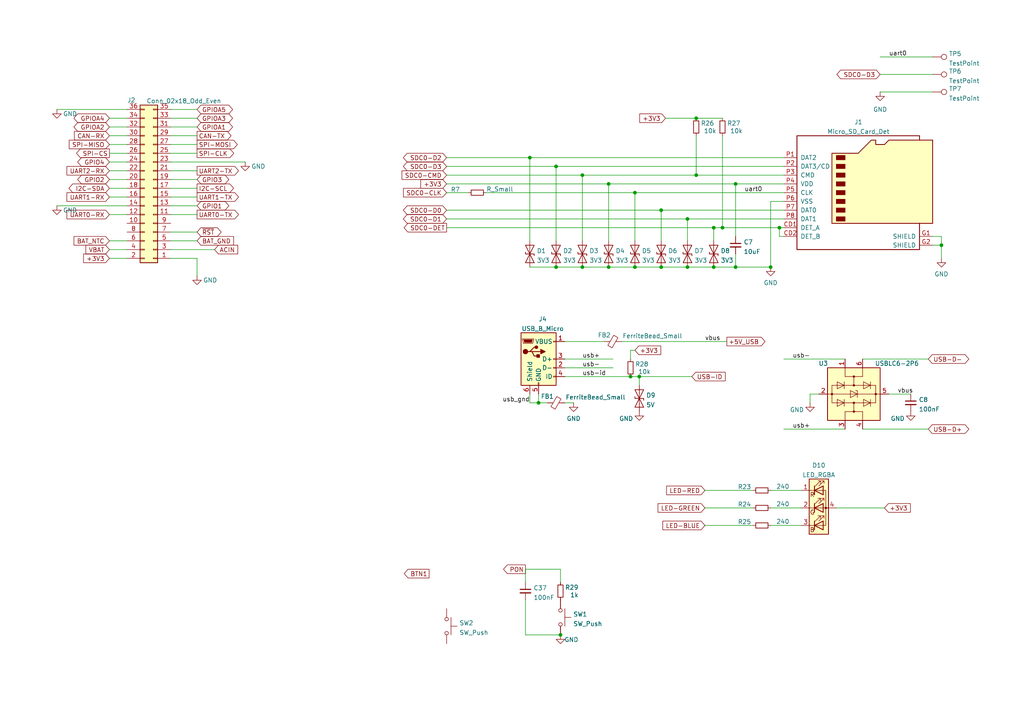
<source format=kicad_sch>
(kicad_sch (version 20211123) (generator eeschema)
  (paper "A4")
  (lib_symbols
    (symbol "Connector:TestPoint" (pin_numbers hide) (pin_names (offset 0.762) hide)
      (property "Reference" "TP" (at 0 6.858 0))
      (property "Value" "TestPoint" (at 0 5.08 0))
      (symbol "TestPoint_0_1"
        (circle (center 0 3.302) (radius 0.762))
      )
      (symbol "TestPoint_1_1"
        (pin passive line (at 0 0 90) (length 2.54) (name "1") (number "1"))
      )
    )
    (symbol "Connector:USB_B_Micro" (pin_names (offset 1.016))
      (property "Reference" "J" (at -5.08 11.43 0))
      (property "Value" "USB_B_Micro" (at -5.08 8.89 0))
      (symbol "USB_B_Micro_0_1"
        (rectangle (start -5.08 -7.62) (end 5.08 7.62) (stroke (width 0.254)) (fill (type background)))
        (circle (center -3.81 2.159) (radius 0.635) (stroke (width 0.254)) (fill (type outline)))
        (circle (center -0.635 3.429) (radius 0.381) (stroke (width 0.254)) (fill (type outline)))
        (rectangle (start -0.127 -7.62) (end 0.127 -6.858))
        (polyline (pts (xy -1.905 2.159) (xy 0.635 2.159)) (stroke (width 0.254)))
        (polyline (pts (xy -3.175 2.159) (xy -2.54 2.159) (xy -1.27 3.429) (xy -0.635 3.429)) (stroke (width 0.254)))
        (polyline (pts (xy -2.54 2.159) (xy -1.905 2.159) (xy -1.27 0.889) (xy 0 0.889)) (stroke (width 0.254)))
        (polyline (pts (xy 0.635 2.794) (xy 0.635 1.524) (xy 1.905 2.159) (xy 0.635 2.794)) (stroke (width 0.254)) (fill (type outline)))
        (polyline (pts (xy -4.318 5.588) (xy -1.778 5.588) (xy -2.032 4.826) (xy -4.064 4.826) (xy -4.318 5.588)) (fill (type outline)))
        (polyline (pts (xy -4.699 5.842) (xy -4.699 5.588) (xy -4.445 4.826) (xy -4.445 4.572) (xy -1.651 4.572) (xy -1.651 4.826) (xy -1.397 5.588) (xy -1.397 5.842) (xy -4.699 5.842)))
        (rectangle (start 0.254 1.27) (end -0.508 0.508) (stroke (width 0.254)) (fill (type outline)))
        (rectangle (start 5.08 -5.207) (end 4.318 -4.953))
        (rectangle (start 5.08 -2.667) (end 4.318 -2.413))
        (rectangle (start 5.08 -0.127) (end 4.318 0.127))
        (rectangle (start 5.08 4.953) (end 4.318 5.207))
      )
      (symbol "USB_B_Micro_1_1"
        (pin power_out line (at 7.62 5.08 180) (length 2.54) (name "VBUS") (number "1"))
        (pin bidirectional line (at 7.62 -2.54 180) (length 2.54) (name "D-") (number "2"))
        (pin bidirectional line (at 7.62 0 180) (length 2.54) (name "D+") (number "3"))
        (pin passive line (at 7.62 -5.08 180) (length 2.54) (name "ID") (number "4"))
        (pin power_out line (at 0 -10.16 90) (length 2.54) (name "GND") (number "5"))
        (pin passive line (at -2.54 -10.16 90) (length 2.54) (name "Shield") (number "6"))
      )
    )
    (symbol "Connector_Generic:Conn_02x18_Odd_Even" (pin_names (offset 1.016) hide)
      (property "Reference" "J" (at 1.27 22.86 0))
      (property "Value" "Conn_02x18_Odd_Even" (at 1.27 -25.4 0))
      (symbol "Conn_02x18_Odd_Even_1_1"
        (rectangle (start -1.27 -22.733) (end 0 -22.987) (stroke (width 0.1524)))
        (rectangle (start -1.27 -20.193) (end 0 -20.447) (stroke (width 0.1524)))
        (rectangle (start -1.27 -17.653) (end 0 -17.907) (stroke (width 0.1524)))
        (rectangle (start -1.27 -15.113) (end 0 -15.367) (stroke (width 0.1524)))
        (rectangle (start -1.27 -12.573) (end 0 -12.827) (stroke (width 0.1524)))
        (rectangle (start -1.27 -10.033) (end 0 -10.287) (stroke (width 0.1524)))
        (rectangle (start -1.27 -7.493) (end 0 -7.747) (stroke (width 0.1524)))
        (rectangle (start -1.27 -4.953) (end 0 -5.207) (stroke (width 0.1524)))
        (rectangle (start -1.27 -2.413) (end 0 -2.667) (stroke (width 0.1524)))
        (rectangle (start -1.27 0.127) (end 0 -0.127) (stroke (width 0.1524)))
        (rectangle (start -1.27 2.667) (end 0 2.413) (stroke (width 0.1524)))
        (rectangle (start -1.27 5.207) (end 0 4.953) (stroke (width 0.1524)))
        (rectangle (start -1.27 7.747) (end 0 7.493) (stroke (width 0.1524)))
        (rectangle (start -1.27 10.287) (end 0 10.033) (stroke (width 0.1524)))
        (rectangle (start -1.27 12.827) (end 0 12.573) (stroke (width 0.1524)))
        (rectangle (start -1.27 15.367) (end 0 15.113) (stroke (width 0.1524)))
        (rectangle (start -1.27 17.907) (end 0 17.653) (stroke (width 0.1524)))
        (rectangle (start -1.27 20.447) (end 0 20.193) (stroke (width 0.1524)))
        (rectangle (start -1.27 21.59) (end 3.81 -24.13) (stroke (width 0.254)) (fill (type background)))
        (rectangle (start 3.81 -22.733) (end 2.54 -22.987) (stroke (width 0.1524)))
        (rectangle (start 3.81 -20.193) (end 2.54 -20.447) (stroke (width 0.1524)))
        (rectangle (start 3.81 -17.653) (end 2.54 -17.907) (stroke (width 0.1524)))
        (rectangle (start 3.81 -15.113) (end 2.54 -15.367) (stroke (width 0.1524)))
        (rectangle (start 3.81 -12.573) (end 2.54 -12.827) (stroke (width 0.1524)))
        (rectangle (start 3.81 -10.033) (end 2.54 -10.287) (stroke (width 0.1524)))
        (rectangle (start 3.81 -7.493) (end 2.54 -7.747) (stroke (width 0.1524)))
        (rectangle (start 3.81 -4.953) (end 2.54 -5.207) (stroke (width 0.1524)))
        (rectangle (start 3.81 -2.413) (end 2.54 -2.667) (stroke (width 0.1524)))
        (rectangle (start 3.81 0.127) (end 2.54 -0.127) (stroke (width 0.1524)))
        (rectangle (start 3.81 2.667) (end 2.54 2.413) (stroke (width 0.1524)))
        (rectangle (start 3.81 5.207) (end 2.54 4.953) (stroke (width 0.1524)))
        (rectangle (start 3.81 7.747) (end 2.54 7.493) (stroke (width 0.1524)))
        (rectangle (start 3.81 10.287) (end 2.54 10.033) (stroke (width 0.1524)))
        (rectangle (start 3.81 12.827) (end 2.54 12.573) (stroke (width 0.1524)))
        (rectangle (start 3.81 15.367) (end 2.54 15.113) (stroke (width 0.1524)))
        (rectangle (start 3.81 17.907) (end 2.54 17.653) (stroke (width 0.1524)))
        (rectangle (start 3.81 20.447) (end 2.54 20.193) (stroke (width 0.1524)))
        (pin passive line (at -5.08 20.32 0) (length 3.81) (name "Pin_1") (number "1"))
        (pin passive line (at 7.62 10.16 180) (length 3.81) (name "Pin_10") (number "10"))
        (pin passive line (at -5.08 7.62 0) (length 3.81) (name "Pin_11") (number "11"))
        (pin passive line (at 7.62 7.62 180) (length 3.81) (name "Pin_12") (number "12"))
        (pin passive line (at -5.08 5.08 0) (length 3.81) (name "Pin_13") (number "13"))
        (pin passive line (at 7.62 5.08 180) (length 3.81) (name "Pin_14") (number "14"))
        (pin passive line (at -5.08 2.54 0) (length 3.81) (name "Pin_15") (number "15"))
        (pin passive line (at 7.62 2.54 180) (length 3.81) (name "Pin_16") (number "16"))
        (pin passive line (at -5.08 0 0) (length 3.81) (name "Pin_17") (number "17"))
        (pin passive line (at 7.62 0 180) (length 3.81) (name "Pin_18") (number "18"))
        (pin passive line (at -5.08 -2.54 0) (length 3.81) (name "Pin_19") (number "19"))
        (pin passive line (at 7.62 20.32 180) (length 3.81) (name "Pin_2") (number "2"))
        (pin passive line (at 7.62 -2.54 180) (length 3.81) (name "Pin_20") (number "20"))
        (pin passive line (at -5.08 -5.08 0) (length 3.81) (name "Pin_21") (number "21"))
        (pin passive line (at 7.62 -5.08 180) (length 3.81) (name "Pin_22") (number "22"))
        (pin passive line (at -5.08 -7.62 0) (length 3.81) (name "Pin_23") (number "23"))
        (pin passive line (at 7.62 -7.62 180) (length 3.81) (name "Pin_24") (number "24"))
        (pin passive line (at -5.08 -10.16 0) (length 3.81) (name "Pin_25") (number "25"))
        (pin passive line (at 7.62 -10.16 180) (length 3.81) (name "Pin_26") (number "26"))
        (pin passive line (at -5.08 -12.7 0) (length 3.81) (name "Pin_27") (number "27"))
        (pin passive line (at 7.62 -12.7 180) (length 3.81) (name "Pin_28") (number "28"))
        (pin passive line (at -5.08 -15.24 0) (length 3.81) (name "Pin_29") (number "29"))
        (pin passive line (at -5.08 17.78 0) (length 3.81) (name "Pin_3") (number "3"))
        (pin passive line (at 7.62 -15.24 180) (length 3.81) (name "Pin_30") (number "30"))
        (pin passive line (at -5.08 -17.78 0) (length 3.81) (name "Pin_31") (number "31"))
        (pin passive line (at 7.62 -17.78 180) (length 3.81) (name "Pin_32") (number "32"))
        (pin passive line (at -5.08 -20.32 0) (length 3.81) (name "Pin_33") (number "33"))
        (pin passive line (at 7.62 -20.32 180) (length 3.81) (name "Pin_34") (number "34"))
        (pin passive line (at -5.08 -22.86 0) (length 3.81) (name "Pin_35") (number "35"))
        (pin passive line (at 7.62 -22.86 180) (length 3.81) (name "Pin_36") (number "36"))
        (pin passive line (at 7.62 17.78 180) (length 3.81) (name "Pin_4") (number "4"))
        (pin passive line (at -5.08 15.24 0) (length 3.81) (name "Pin_5") (number "5"))
        (pin passive line (at 7.62 15.24 180) (length 3.81) (name "Pin_6") (number "6"))
        (pin passive line (at -5.08 12.7 0) (length 3.81) (name "Pin_7") (number "7"))
        (pin passive line (at 7.62 12.7 180) (length 3.81) (name "Pin_8") (number "8"))
        (pin passive line (at -5.08 10.16 0) (length 3.81) (name "Pin_9") (number "9"))
      )
    )
    (symbol "Device:C_Small" (pin_numbers hide) (pin_names (offset 0.254) hide)
      (property "Reference" "C" (at 0.254 1.778 0))
      (property "Value" "C_Small" (at 0.254 -2.032 0))
      (symbol "C_Small_0_1"
        (polyline (pts (xy -1.524 -0.508) (xy 1.524 -0.508)) (stroke (width 0.3302)))
        (polyline (pts (xy -1.524 0.508) (xy 1.524 0.508)) (stroke (width 0.3048)))
      )
      (symbol "C_Small_1_1"
        (pin passive line (at 0 2.54 270) (length 2.032) (name "~") (number "1"))
        (pin passive line (at 0 -2.54 90) (length 2.032) (name "~") (number "2"))
      )
    )
    (symbol "Device:FerriteBead_Small" (pin_numbers hide) (pin_names (offset 0))
      (property "Reference" "FB" (at 1.905 1.27 0))
      (property "Value" "FerriteBead_Small" (at 1.905 -1.27 0))
      (symbol "FerriteBead_Small_0_1"
        (polyline (pts (xy 0 -1.27) (xy 0 -0.7874)))
        (polyline (pts (xy 0 0.889) (xy 0 1.2954)))
        (polyline (pts (xy -1.8288 0.2794) (xy -1.1176 1.4986) (xy 1.8288 -0.2032) (xy 1.1176 -1.4224) (xy -1.8288 0.2794)))
      )
      (symbol "FerriteBead_Small_1_1"
        (pin passive line (at 0 2.54 270) (length 1.27) (name "~") (number "1"))
        (pin passive line (at 0 -2.54 90) (length 1.27) (name "~") (number "2"))
      )
    )
    (symbol "Device:LED_RGBA" (pin_names (offset 0) hide)
      (property "Reference" "D" (at 0 9.398 0))
      (property "Value" "LED_RGBA" (at 0 -8.89 0))
      (symbol "LED_RGBA_0_0"
        (text "B" (at -1.905 -6.35 0) (effects (font (size 1.27 1.27))))
        (text "G" (at -1.905 -1.27 0) (effects (font (size 1.27 1.27))))
        (text "R" (at -1.905 3.81 0) (effects (font (size 1.27 1.27))))
      )
      (symbol "LED_RGBA_0_1"
        (polyline (pts (xy -1.27 -5.08) (xy -2.54 -5.08)))
        (polyline (pts (xy -1.27 -5.08) (xy 1.27 -5.08)))
        (polyline (pts (xy -1.27 -3.81) (xy -1.27 -6.35)) (stroke (width 0.254)))
        (polyline (pts (xy -1.27 0) (xy -2.54 0)))
        (polyline (pts (xy -1.27 1.27) (xy -1.27 -1.27)) (stroke (width 0.254)))
        (polyline (pts (xy -1.27 5.08) (xy -2.54 5.08)))
        (polyline (pts (xy -1.27 5.08) (xy 1.27 5.08)))
        (polyline (pts (xy -1.27 6.35) (xy -1.27 3.81)) (stroke (width 0.254)))
        (polyline (pts (xy 1.27 0) (xy -1.27 0)))
        (polyline (pts (xy 1.27 0) (xy 2.54 0)))
        (polyline (pts (xy -1.27 1.27) (xy -1.27 -1.27) (xy -1.27 -1.27)))
        (polyline (pts (xy -1.27 6.35) (xy -1.27 3.81) (xy -1.27 3.81)))
        (polyline (pts (xy 1.27 -5.08) (xy 2.032 -5.08) (xy 2.032 5.08) (xy 1.27 5.08)))
        (polyline (pts (xy 1.27 -3.81) (xy 1.27 -6.35) (xy -1.27 -5.08) (xy 1.27 -3.81)) (stroke (width 0.254)))
        (polyline (pts (xy 1.27 1.27) (xy 1.27 -1.27) (xy -1.27 0) (xy 1.27 1.27)) (stroke (width 0.254)))
        (polyline (pts (xy 1.27 6.35) (xy 1.27 3.81) (xy -1.27 5.08) (xy 1.27 6.35)) (stroke (width 0.254)))
        (polyline (pts (xy -1.016 -3.81) (xy 0.508 -2.286) (xy -0.254 -2.286) (xy 0.508 -2.286) (xy 0.508 -3.048)))
        (polyline (pts (xy -1.016 1.27) (xy 0.508 2.794) (xy -0.254 2.794) (xy 0.508 2.794) (xy 0.508 2.032)))
        (polyline (pts (xy -1.016 6.35) (xy 0.508 7.874) (xy -0.254 7.874) (xy 0.508 7.874) (xy 0.508 7.112)))
        (polyline (pts (xy 0 -3.81) (xy 1.524 -2.286) (xy 0.762 -2.286) (xy 1.524 -2.286) (xy 1.524 -3.048)))
        (polyline (pts (xy 0 1.27) (xy 1.524 2.794) (xy 0.762 2.794) (xy 1.524 2.794) (xy 1.524 2.032)))
        (polyline (pts (xy 0 6.35) (xy 1.524 7.874) (xy 0.762 7.874) (xy 1.524 7.874) (xy 1.524 7.112)))
        (rectangle (start 1.27 -1.27) (end 1.27 1.27))
        (rectangle (start 1.27 1.27) (end 1.27 1.27))
        (rectangle (start 1.27 3.81) (end 1.27 6.35))
        (rectangle (start 1.27 6.35) (end 1.27 6.35))
        (circle (center 2.032 0) (radius 0.254) (fill (type outline)))
        (rectangle (start 2.794 8.382) (end -2.794 -7.62) (stroke (width 0.254)) (fill (type background)))
      )
      (symbol "LED_RGBA_1_1"
        (pin passive line (at -5.08 5.08 0) (length 2.54) (name "RK") (number "1"))
        (pin passive line (at -5.08 0 0) (length 2.54) (name "GK") (number "2"))
        (pin passive line (at -5.08 -5.08 0) (length 2.54) (name "BK") (number "3"))
        (pin passive line (at 5.08 0 180) (length 2.54) (name "A") (number "4"))
      )
    )
    (symbol "Device:R_Small" (pin_numbers hide) (pin_names (offset 0.254) hide)
      (property "Reference" "R" (at 0.762 0.508 0))
      (property "Value" "R_Small" (at 0.762 -1.016 0))
      (symbol "R_Small_0_1"
        (rectangle (start -0.762 1.778) (end 0.762 -1.778) (stroke (width 0.2032)))
      )
      (symbol "R_Small_1_1"
        (pin passive line (at 0 2.54 270) (length 0.762) (name "~") (number "1"))
        (pin passive line (at 0 -2.54 90) (length 0.762) (name "~") (number "2"))
      )
    )
    (symbol "Diode:ESD9B3.3ST5G" (pin_numbers hide) (pin_names (offset 1.016) hide)
      (property "Reference" "D" (at 0 2.54 0))
      (property "Value" "ESD9B3.3ST5G" (at 0 -2.54 0))
      (symbol "ESD9B3.3ST5G_0_1"
        (polyline (pts (xy 1.27 0) (xy -1.27 0)))
        (polyline (pts (xy -2.54 -1.27) (xy 0 0) (xy -2.54 1.27) (xy -2.54 -1.27)) (stroke (width 0.2032)))
        (polyline (pts (xy 0.508 1.27) (xy 0 1.27) (xy 0 -1.27) (xy -0.508 -1.27)) (stroke (width 0.2032)))
        (polyline (pts (xy 2.54 1.27) (xy 2.54 -1.27) (xy 0 0) (xy 2.54 1.27)) (stroke (width 0.2032)))
      )
      (symbol "ESD9B3.3ST5G_1_1"
        (pin passive line (at -3.81 0 0) (length 2.54) (name "A1") (number "1"))
        (pin passive line (at 3.81 0 180) (length 2.54) (name "A2") (number "2"))
      )
    )
    (symbol "Power_Protection:USBLC6-2P6" (pin_names hide)
      (property "Reference" "U" (at 2.54 8.89 0))
      (property "Value" "USBLC6-2P6" (at 2.54 -8.89 0))
      (symbol "USBLC6-2P6_0_1"
        (rectangle (start -7.62 -7.62) (end 7.62 7.62) (stroke (width 0.254)) (fill (type background)))
        (circle (center -5.08 0) (radius 0.254) (fill (type outline)))
        (circle (center -2.54 0) (radius 0.254) (fill (type outline)))
        (rectangle (start -2.54 6.35) (end 2.54 -6.35))
        (circle (center 0 -6.35) (radius 0.254) (fill (type outline)))
        (polyline (pts (xy -5.08 -2.54) (xy -7.62 -2.54)))
        (polyline (pts (xy -5.08 0) (xy -5.08 -2.54)))
        (polyline (pts (xy -5.08 2.54) (xy -7.62 2.54)))
        (polyline (pts (xy -1.524 -2.794) (xy -3.556 -2.794)))
        (polyline (pts (xy -1.524 4.826) (xy -3.556 4.826)))
        (polyline (pts (xy 0 -7.62) (xy 0 -6.35)))
        (polyline (pts (xy 0 -6.35) (xy 0 1.27)))
        (polyline (pts (xy 0 1.27) (xy 0 6.35)))
        (polyline (pts (xy 0 6.35) (xy 0 7.62)))
        (polyline (pts (xy 1.524 -2.794) (xy 3.556 -2.794)))
        (polyline (pts (xy 1.524 4.826) (xy 3.556 4.826)))
        (polyline (pts (xy 5.08 -2.54) (xy 7.62 -2.54)))
        (polyline (pts (xy 5.08 0) (xy 5.08 -2.54)))
        (polyline (pts (xy 5.08 2.54) (xy 7.62 2.54)))
        (polyline (pts (xy -2.54 0) (xy -5.08 0) (xy -5.08 2.54)))
        (polyline (pts (xy 2.54 0) (xy 5.08 0) (xy 5.08 2.54)))
        (polyline (pts (xy -3.556 -4.826) (xy -1.524 -4.826) (xy -2.54 -2.794) (xy -3.556 -4.826)))
        (polyline (pts (xy -3.556 2.794) (xy -1.524 2.794) (xy -2.54 4.826) (xy -3.556 2.794)))
        (polyline (pts (xy -1.016 -1.016) (xy 1.016 -1.016) (xy 0 1.016) (xy -1.016 -1.016)))
        (polyline (pts (xy 1.016 1.016) (xy 0.762 1.016) (xy -1.016 1.016) (xy -1.016 0.508)))
        (polyline (pts (xy 3.556 -4.826) (xy 1.524 -4.826) (xy 2.54 -2.794) (xy 3.556 -4.826)))
        (polyline (pts (xy 3.556 2.794) (xy 1.524 2.794) (xy 2.54 4.826) (xy 3.556 2.794)))
        (circle (center 0 6.35) (radius 0.254) (fill (type outline)))
        (circle (center 2.54 0) (radius 0.254) (fill (type outline)))
        (circle (center 5.08 0) (radius 0.254) (fill (type outline)))
      )
      (symbol "USBLC6-2P6_1_1"
        (pin passive line (at -10.16 -2.54 0) (length 2.54) (name "I/O1") (number "1"))
        (pin passive line (at 0 -10.16 90) (length 2.54) (name "GND") (number "2"))
        (pin passive line (at 10.16 -2.54 180) (length 2.54) (name "I/O2") (number "3"))
        (pin passive line (at 10.16 2.54 180) (length 2.54) (name "I/O2") (number "4"))
        (pin passive line (at 0 10.16 270) (length 2.54) (name "VBUS") (number "5"))
        (pin passive line (at -10.16 2.54 0) (length 2.54) (name "I/O1") (number "6"))
      )
    )
    (symbol "Switch:SW_Push" (pin_numbers hide) (pin_names (offset 1.016) hide)
      (property "Reference" "SW" (at 1.27 2.54 0))
      (property "Value" "SW_Push" (at 0 -1.524 0))
      (symbol "SW_Push_0_1"
        (circle (center -2.032 0) (radius 0.508))
        (polyline (pts (xy 0 1.27) (xy 0 3.048)))
        (polyline (pts (xy 2.54 1.27) (xy -2.54 1.27)))
        (circle (center 2.032 0) (radius 0.508))
        (pin passive line (at -5.08 0 0) (length 2.54) (name "1") (number "1"))
        (pin passive line (at 5.08 0 180) (length 2.54) (name "2") (number "2"))
      )
    )
    (symbol "gct:Micro_SD_Card_Det" (pin_names (offset 1.016))
      (property "Reference" "J" (at -16.51 17.78 0))
      (property "Value" "Micro_SD_Card_Det" (at 16.51 17.78 0))
      (symbol "Micro_SD_Card_Det_0_1"
        (rectangle (start -7.62 -6.985) (end -5.08 -8.255) (fill (type outline)))
        (rectangle (start -7.62 -4.445) (end -5.08 -5.715) (fill (type outline)))
        (rectangle (start -7.62 -1.905) (end -5.08 -3.175) (fill (type outline)))
        (rectangle (start -7.62 0.635) (end -5.08 -0.635) (fill (type outline)))
        (rectangle (start -7.62 3.175) (end -5.08 1.905) (fill (type outline)))
        (rectangle (start -7.62 5.715) (end -5.08 4.445) (fill (type outline)))
        (rectangle (start -7.62 8.255) (end -5.08 6.985) (fill (type outline)))
        (rectangle (start -7.62 10.795) (end -5.08 9.525) (fill (type outline)))
        (polyline (pts (xy 16.51 15.24) (xy 16.51 16.51) (xy -19.05 16.51) (xy -19.05 -16.51) (xy 16.51 -16.51) (xy 16.51 -8.89)) (stroke (width 0.254)))
        (polyline (pts (xy -8.89 -8.89) (xy -8.89 11.43) (xy -1.27 11.43) (xy 2.54 15.24) (xy 3.81 15.24) (xy 3.81 13.97) (xy 6.35 13.97) (xy 7.62 15.24) (xy 20.32 15.24) (xy 20.32 -8.89) (xy -8.89 -8.89)) (stroke (width 0.254)) (fill (type background)))
      )
      (symbol "Micro_SD_Card_Det_1_1"
        (pin passive line (at -22.86 -10.16 0) (length 3.81) (name "DET_A") (number "CD1"))
        (pin passive line (at -22.86 -12.7 0) (length 3.81) (name "DET_B") (number "CD2"))
        (pin passive line (at 20.32 -12.7 180) (length 3.81) (name "SHIELD") (number "G1"))
        (pin passive line (at 20.32 -15.24 180) (length 3.81) (name "SHIELD") (number "G2"))
        (pin bidirectional line (at -22.86 10.16 0) (length 3.81) (name "DAT2") (number "P1"))
        (pin bidirectional line (at -22.86 7.62 0) (length 3.81) (name "DAT3/CD") (number "P2"))
        (pin input line (at -22.86 5.08 0) (length 3.81) (name "CMD") (number "P3"))
        (pin power_in line (at -22.86 2.54 0) (length 3.81) (name "VDD") (number "P4"))
        (pin input line (at -22.86 0 0) (length 3.81) (name "CLK") (number "P5"))
        (pin power_in line (at -22.86 -2.54 0) (length 3.81) (name "VSS") (number "P6"))
        (pin bidirectional line (at -22.86 -5.08 0) (length 3.81) (name "DAT0") (number "P7"))
        (pin bidirectional line (at -22.86 -7.62 0) (length 3.81) (name "DAT1") (number "P8"))
      )
    )
    (symbol "power:GND" (power) (pin_names (offset 0))
      (property "Value" "GND" (at 0 -3.81 0))
      (symbol "GND_0_1"
        (polyline (pts (xy 0 0) (xy 0 -1.27) (xy 1.27 -1.27) (xy 0 -2.54) (xy -1.27 -1.27) (xy 0 -1.27)))
      )
      (symbol "GND_1_1"
        (pin power_in line (at 0 0 270) (length 0) hide (name "GND") (number "1"))
      )
    )
  )
  (junction (at 209.55 66.04) (diameter 0.9144))
  (junction (at 184.15 55.88) (diameter 0.9144))
  (junction (at 191.77 77.47) (diameter 0.9144))
  (junction (at 213.36 53.34) (diameter 0.9144))
  (junction (at 156.21 116.84) (diameter 0.9144))
  (junction (at 161.29 77.47) (diameter 0.9144))
  (junction (at 168.91 77.47) (diameter 0.9144))
  (junction (at 153.67 45.72) (diameter 0.9144))
  (junction (at 207.01 66.04) (diameter 0.9144))
  (junction (at 223.52 77.47) (diameter 0.9144))
  (junction (at 161.29 48.26) (diameter 0.9144))
  (junction (at 207.01 77.47) (diameter 0.9144))
  (junction (at 201.93 50.8) (diameter 0.9144))
  (junction (at 226.06 66.04) (diameter 0.9144))
  (junction (at 185.42 109.22))
  (junction (at 176.53 53.34) (diameter 0.9144))
  (junction (at 176.53 77.47) (diameter 0.9144))
  (junction (at 182.88 109.22))
  (junction (at 184.15 77.47) (diameter 0.9144))
  (junction (at 273.05 71.12) (diameter 0.9144))
  (junction (at 213.36 77.47) (diameter 0.9144))
  (junction (at 162.56 184.15))
  (junction (at 168.91 50.8) (diameter 0.9144))
  (junction (at 199.39 77.47) (diameter 0.9144))
  (junction (at 191.77 60.96) (diameter 0.9144))
  (junction (at 199.39 63.5) (diameter 0.9144))
  (junction (at 201.93 34.29))
  (wire (pts (xy 49.53 74.93) (xy 57.15 74.93)))
  (wire (pts (xy 182.88 101.6) (xy 184.15 101.6)))
  (wire (pts (xy 182.88 104.14) (xy 182.88 101.6)))
  (wire (pts (xy 213.36 77.47) (xy 223.52 77.47)))
  (wire (pts (xy 31.75 44.45) (xy 36.83 44.45)))
  (wire (pts (xy 31.75 34.29) (xy 36.83 34.29)))
  (wire (pts (xy 162.56 165.1) (xy 152.4 165.1)))
  (wire (pts (xy 162.56 168.91) (xy 162.56 165.1)))
  (wire (pts (xy 213.36 53.34) (xy 227.33 53.34)))
  (wire (pts (xy 153.67 77.47) (xy 161.29 77.47)))
  (wire (pts (xy 161.29 77.47) (xy 168.91 77.47)))
  (wire (pts (xy 168.91 77.47) (xy 176.53 77.47)))
  (wire (pts (xy 176.53 77.47) (xy 184.15 77.47)))
  (wire (pts (xy 184.15 77.47) (xy 191.77 77.47)))
  (wire (pts (xy 191.77 77.47) (xy 199.39 77.47)))
  (wire (pts (xy 199.39 77.47) (xy 207.01 77.47)))
  (wire (pts (xy 207.01 77.47) (xy 213.36 77.47)))
  (wire (pts (xy 168.91 50.8) (xy 168.91 69.85)))
  (wire (pts (xy 163.83 99.06) (xy 175.26 99.06)))
  (wire (pts (xy 31.75 74.93) (xy 36.83 74.93)))
  (wire (pts (xy 161.29 48.26) (xy 161.29 69.85)))
  (wire (pts (xy 204.47 142.24) (xy 218.44 142.24)))
  (wire (pts (xy 223.52 152.4) (xy 232.41 152.4)))
  (wire (pts (xy 129.54 66.04) (xy 207.01 66.04)))
  (wire (pts (xy 176.53 53.34) (xy 176.53 69.85)))
  (wire (pts (xy 31.75 41.91) (xy 36.83 41.91)))
  (wire (pts (xy 31.75 49.53) (xy 36.83 49.53)))
  (wire (pts (xy 163.83 109.22) (xy 182.88 109.22)))
  (wire (pts (xy 182.88 109.22) (xy 185.42 109.22)))
  (wire (pts (xy 185.42 109.22) (xy 200.66 109.22)))
  (wire (pts (xy 213.36 53.34) (xy 213.36 68.58)))
  (wire (pts (xy 49.53 52.07) (xy 57.15 52.07)))
  (wire (pts (xy 49.53 34.29) (xy 57.15 34.29)))
  (wire (pts (xy 213.36 73.66) (xy 213.36 77.47)))
  (wire (pts (xy 163.83 116.84) (xy 166.37 116.84)))
  (wire (pts (xy 250.19 124.46) (xy 269.24 124.46)))
  (wire (pts (xy 49.53 59.69) (xy 57.15 59.69)))
  (wire (pts (xy 153.67 114.3) (xy 153.67 116.84)))
  (wire (pts (xy 153.67 116.84) (xy 156.21 116.84)))
  (wire (pts (xy 49.53 62.23) (xy 57.15 62.23)))
  (wire (pts (xy 31.75 54.61) (xy 36.83 54.61)))
  (wire (pts (xy 129.54 55.88) (xy 135.89 55.88)))
  (wire (pts (xy 31.75 52.07) (xy 36.83 52.07)))
  (wire (pts (xy 255.27 16.51) (xy 270.51 16.51)))
  (wire (pts (xy 255.27 26.67) (xy 270.51 26.67)))
  (wire (pts (xy 129.54 48.26) (xy 161.29 48.26)))
  (wire (pts (xy 161.29 48.26) (xy 227.33 48.26)))
  (wire (pts (xy 49.53 31.75) (xy 57.15 31.75)))
  (wire (pts (xy 209.55 39.37) (xy 209.55 66.04)))
  (wire (pts (xy 57.15 74.93) (xy 57.15 80.01)))
  (wire (pts (xy 176.53 53.34) (xy 213.36 53.34)))
  (wire (pts (xy 153.67 45.72) (xy 153.67 69.85)))
  (wire (pts (xy 184.15 55.88) (xy 227.33 55.88)))
  (wire (pts (xy 201.93 39.37) (xy 201.93 50.8)))
  (wire (pts (xy 49.53 44.45) (xy 57.15 44.45)))
  (wire (pts (xy 257.81 114.3) (xy 264.16 114.3)))
  (wire (pts (xy 31.75 39.37) (xy 36.83 39.37)))
  (wire (pts (xy 129.54 50.8) (xy 168.91 50.8)))
  (wire (pts (xy 168.91 50.8) (xy 201.93 50.8)))
  (wire (pts (xy 16.51 59.69) (xy 36.83 59.69)))
  (wire (pts (xy 49.53 36.83) (xy 57.15 36.83)))
  (wire (pts (xy 199.39 63.5) (xy 227.33 63.5)))
  (wire (pts (xy 129.54 60.96) (xy 191.77 60.96)))
  (wire (pts (xy 191.77 60.96) (xy 191.77 69.85)))
  (wire (pts (xy 193.04 34.29) (xy 201.93 34.29)))
  (wire (pts (xy 201.93 34.29) (xy 209.55 34.29)))
  (wire (pts (xy 49.53 39.37) (xy 57.15 39.37)))
  (wire (pts (xy 129.54 63.5) (xy 199.39 63.5)))
  (wire (pts (xy 199.39 63.5) (xy 199.39 69.85)))
  (wire (pts (xy 129.54 53.34) (xy 176.53 53.34)))
  (wire (pts (xy 234.95 114.3) (xy 234.95 116.84)))
  (wire (pts (xy 237.49 114.3) (xy 234.95 114.3)))
  (wire (pts (xy 49.53 72.39) (xy 62.23 72.39)))
  (wire (pts (xy 49.53 54.61) (xy 57.15 54.61)))
  (wire (pts (xy 140.97 55.88) (xy 184.15 55.88)))
  (wire (pts (xy 156.21 116.84) (xy 158.75 116.84)))
  (wire (pts (xy 184.15 55.88) (xy 184.15 69.85)))
  (wire (pts (xy 223.52 58.42) (xy 223.52 77.47)))
  (wire (pts (xy 227.33 58.42) (xy 223.52 58.42)))
  (wire (pts (xy 245.11 124.46) (xy 227.33 124.46)))
  (wire (pts (xy 255.27 21.59) (xy 270.51 21.59)))
  (wire (pts (xy 49.53 41.91) (xy 57.15 41.91)))
  (wire (pts (xy 152.4 173.99) (xy 152.4 184.15)))
  (wire (pts (xy 152.4 184.15) (xy 162.56 184.15)))
  (wire (pts (xy 191.77 60.96) (xy 227.33 60.96)))
  (wire (pts (xy 49.53 57.15) (xy 57.15 57.15)))
  (wire (pts (xy 163.83 106.68) (xy 177.8 106.68)))
  (wire (pts (xy 156.21 114.3) (xy 156.21 116.84)))
  (wire (pts (xy 223.52 142.24) (xy 232.41 142.24)))
  (wire (pts (xy 180.34 99.06) (xy 210.82 99.06)))
  (wire (pts (xy 31.75 62.23) (xy 36.83 62.23)))
  (wire (pts (xy 227.33 104.14) (xy 245.11 104.14)))
  (wire (pts (xy 242.57 147.32) (xy 256.54 147.32)))
  (wire (pts (xy 31.75 72.39) (xy 36.83 72.39)))
  (wire (pts (xy 49.53 46.99) (xy 71.12 46.99)))
  (wire (pts (xy 49.53 49.53) (xy 57.15 49.53)))
  (wire (pts (xy 207.01 66.04) (xy 209.55 66.04)))
  (wire (pts (xy 209.55 66.04) (xy 226.06 66.04)))
  (wire (pts (xy 226.06 66.04) (xy 227.33 66.04)))
  (wire (pts (xy 204.47 152.4) (xy 218.44 152.4)))
  (wire (pts (xy 31.75 46.99) (xy 36.83 46.99)))
  (wire (pts (xy 163.83 104.14) (xy 177.8 104.14)))
  (wire (pts (xy 16.51 31.75) (xy 36.83 31.75)))
  (wire (pts (xy 201.93 50.8) (xy 227.33 50.8)))
  (wire (pts (xy 129.54 45.72) (xy 153.67 45.72)))
  (wire (pts (xy 153.67 45.72) (xy 227.33 45.72)))
  (wire (pts (xy 49.53 67.31) (xy 57.15 67.31)))
  (wire (pts (xy 185.42 109.22) (xy 185.42 111.76)))
  (wire (pts (xy 270.51 68.58) (xy 273.05 68.58)))
  (wire (pts (xy 273.05 68.58) (xy 273.05 71.12)))
  (wire (pts (xy 273.05 71.12) (xy 273.05 74.93)))
  (wire (pts (xy 270.51 71.12) (xy 273.05 71.12)))
  (wire (pts (xy 31.75 36.83) (xy 36.83 36.83)))
  (wire (pts (xy 31.75 69.85) (xy 36.83 69.85)))
  (wire (pts (xy 204.47 147.32) (xy 218.44 147.32)))
  (wire (pts (xy 207.01 66.04) (xy 207.01 69.85)))
  (wire (pts (xy 250.19 104.14) (xy 269.24 104.14)))
  (wire (pts (xy 31.75 57.15) (xy 36.83 57.15)))
  (wire (pts (xy 223.52 147.32) (xy 232.41 147.32)))
  (wire (pts (xy 49.53 69.85) (xy 57.15 69.85)))
  (wire (pts (xy 226.06 68.58) (xy 226.06 66.04)))
  (wire (pts (xy 227.33 68.58) (xy 226.06 68.58)))
  (wire (pts (xy 152.4 165.1) (xy 152.4 168.91)))
  (label "usb-" (at 168.91 106.68 0))
  (label "uart0" (at 215.9 55.88 0))
  (label "usb-" (at 229.87 104.14 0))
  (label "usb-id" (at 168.91 109.22 0))
  (label "usb+" (at 168.91 104.14 0))
  (label "vbus" (at 204.47 99.06 0))
  (label "vbus" (at 260.35 114.3 0))
  (label "usb_gnd" (at 153.67 116.84 180))
  (label "usb+" (at 229.87 124.46 0))
  (label "uart0" (at 257.81 16.51 0))
  (global_label "UART2-RX" (shape input) (at 31.75 49.53 180) (property "Intersheet References" "${INTERSHEET_REFS}" (effects hide)))
  (global_label "SDC0-CMD" (shape input) (at 129.54 50.8 180) (property "Intersheet References" "${INTERSHEET_REFS}" (effects hide)))
  (global_label "SDC0-DET" (shape output) (at 129.54 66.04 180) (property "Intersheet References" "${INTERSHEET_REFS}" (effects hide)))
  (global_label "BAT_GND" (shape input) (at 57.15 69.85 0) (property "Intersheet References" "${INTERSHEET_REFS}" (effects hide)))
  (global_label "ACIN" (shape input) (at 62.23 72.39 0) (property "Intersheet References" "${INTERSHEET_REFS}" (effects hide)))
  (global_label "+3V3" (shape input) (at 129.54 53.34 180) (property "Intersheet References" "${INTERSHEET_REFS}" (effects hide)))
  (global_label "+3V3" (shape input) (at 31.75 74.93 180) (property "Intersheet References" "${INTERSHEET_REFS}" (effects hide)))
  (global_label "GPIO2" (shape bidirectional) (at 31.75 52.07 180) (property "Intersheet References" "${INTERSHEET_REFS}" (effects hide)))
  (global_label "GPIOA1" (shape bidirectional) (at 57.15 36.83 0) (property "Intersheet References" "${INTERSHEET_REFS}" (effects hide)))
  (global_label "SPI-MOSI" (shape output) (at 57.15 41.91 0) (property "Intersheet References" "${INTERSHEET_REFS}" (effects hide)))
  (global_label "UART1-RX" (shape input) (at 31.75 57.15 180) (property "Intersheet References" "${INTERSHEET_REFS}" (effects hide)))
  (global_label "CAN-RX" (shape input) (at 31.75 39.37 180) (property "Intersheet References" "${INTERSHEET_REFS}" (effects hide)))
  (global_label "SPI-CS" (shape output) (at 31.75 44.45 180) (property "Intersheet References" "${INTERSHEET_REFS}" (effects hide)))
  (global_label "BAT_NTC" (shape input) (at 31.75 69.85 180) (property "Intersheet References" "${INTERSHEET_REFS}" (effects hide)))
  (global_label "GPIO3" (shape bidirectional) (at 57.15 52.07 0) (property "Intersheet References" "${INTERSHEET_REFS}" (effects hide)))
  (global_label "LED-RED" (shape input) (at 204.47 142.24 180) (property "Intersheet References" "${INTERSHEET_REFS}" (effects hide)))
  (global_label "UART2-TX" (shape output) (at 57.15 49.53 0) (property "Intersheet References" "${INTERSHEET_REFS}" (effects hide)))
  (global_label "USB-D-" (shape bidirectional) (at 269.24 104.14 0) (property "Intersheet References" "${INTERSHEET_REFS}" (effects hide)))
  (global_label "+5V_USB" (shape output) (at 210.82 99.06 0) (property "Intersheet References" "${INTERSHEET_REFS}" (effects hide)))
  (global_label "SDC0-D2" (shape bidirectional) (at 129.54 45.72 180) (property "Intersheet References" "${INTERSHEET_REFS}" (effects hide)))
  (global_label "GPIOA3" (shape bidirectional) (at 57.15 34.29 0) (property "Intersheet References" "${INTERSHEET_REFS}" (effects hide)))
  (global_label "I2C-SCL" (shape output) (at 57.15 54.61 0) (property "Intersheet References" "${INTERSHEET_REFS}" (effects hide)))
  (global_label "GPIO1" (shape bidirectional) (at 57.15 59.69 0) (property "Intersheet References" "${INTERSHEET_REFS}" (effects hide)))
  (global_label "GPIOA5" (shape bidirectional) (at 57.15 31.75 0) (property "Intersheet References" "${INTERSHEET_REFS}" (effects hide)))
  (global_label "BTN1" (shape output) (at 124.46 166.37 180) (property "Intersheet References" "${INTERSHEET_REFS}" (effects hide)))
  (global_label "USB-D+" (shape bidirectional) (at 269.24 124.46 0) (property "Intersheet References" "${INTERSHEET_REFS}" (effects hide)))
  (global_label "GPIO4" (shape bidirectional) (at 31.75 46.99 180) (property "Intersheet References" "${INTERSHEET_REFS}" (effects hide)))
  (global_label "LED-GREEN" (shape input) (at 204.47 147.32 180) (property "Intersheet References" "${INTERSHEET_REFS}" (effects hide)))
  (global_label "LED-BLUE" (shape input) (at 204.47 152.4 180) (property "Intersheet References" "${INTERSHEET_REFS}" (effects hide)))
  (global_label "SDC0-D3" (shape bidirectional) (at 255.27 21.59 180) (property "Intersheet References" "${INTERSHEET_REFS}" (effects hide)))
  (global_label "PON" (shape output) (at 152.4 165.1 180) (property "Intersheet References" "${INTERSHEET_REFS}" (effects hide)))
  (global_label "UART1-TX" (shape output) (at 57.15 57.15 0) (property "Intersheet References" "${INTERSHEET_REFS}" (effects hide)))
  (global_label "USB-ID" (shape input) (at 200.66 109.22 0) (property "Intersheet References" "${INTERSHEET_REFS}" (effects hide)))
  (global_label "UART0-RX" (shape input) (at 31.75 62.23 180) (property "Intersheet References" "${INTERSHEET_REFS}" (effects hide)))
  (global_label "SDC0-CLK" (shape input) (at 129.54 55.88 180) (property "Intersheet References" "${INTERSHEET_REFS}" (effects hide)))
  (global_label "+3V3" (shape input) (at 184.15 101.6 0) (property "Intersheet References" "${INTERSHEET_REFS}" (effects hide)))
  (global_label "UART0-TX" (shape output) (at 57.15 62.23 0) (property "Intersheet References" "${INTERSHEET_REFS}" (effects hide)))
  (global_label "+3V3" (shape input) (at 193.04 34.29 180) (property "Intersheet References" "${INTERSHEET_REFS}" (effects hide)))
  (global_label "SPI-CLK" (shape output) (at 57.15 44.45 0) (property "Intersheet References" "${INTERSHEET_REFS}" (effects hide)))
  (global_label "SDC0-D3" (shape bidirectional) (at 129.54 48.26 180) (property "Intersheet References" "${INTERSHEET_REFS}" (effects hide)))
  (global_label "+3V3" (shape input) (at 256.54 147.32 0) (property "Intersheet References" "${INTERSHEET_REFS}" (effects hide)))
  (global_label "~{RST}" (shape bidirectional) (at 57.15 67.31 0) (property "Intersheet References" "${INTERSHEET_REFS}" (effects hide)))
  (global_label "SDC0-D0" (shape bidirectional) (at 129.54 60.96 180) (property "Intersheet References" "${INTERSHEET_REFS}" (effects hide)))
  (global_label "GPIOA2" (shape bidirectional) (at 31.75 36.83 180) (property "Intersheet References" "${INTERSHEET_REFS}" (effects hide)))
  (global_label "GPIOA4" (shape bidirectional) (at 31.75 34.29 180) (property "Intersheet References" "${INTERSHEET_REFS}" (effects hide)))
  (global_label "I2C-SDA" (shape bidirectional) (at 31.75 54.61 180) (property "Intersheet References" "${INTERSHEET_REFS}" (effects hide)))
  (global_label "VBAT" (shape input) (at 31.75 72.39 180) (property "Intersheet References" "${INTERSHEET_REFS}" (effects hide)))
  (global_label "SPI-MISO" (shape input) (at 31.75 41.91 180) (property "Intersheet References" "${INTERSHEET_REFS}" (effects hide)))
  (global_label "SDC0-D1" (shape bidirectional) (at 129.54 63.5 180) (property "Intersheet References" "${INTERSHEET_REFS}" (effects hide)))
  (global_label "CAN-TX" (shape output) (at 57.15 39.37 0) (property "Intersheet References" "${INTERSHEET_REFS}" (effects hide)))
  (symbol (lib_id "Connector:TestPoint") (at 270.51 16.51 270) (unit 1)
    (property "Reference" "TP5" (at 275.2091 15.6015 90) (effects (justify left)))
    (property "Value" "TestPoint" (at 275.2091 18.3766 90) (effects (justify left)))
    (property "Footprint" "TestPoint:TestPoint_Pad_D1.0mm" (effects hide))
  )
  (symbol (lib_id "Device:C_Small") (at 213.36 71.12 0) (unit 1)
    (property "Reference" "C7" (at 215.6842 70.2115 0) (effects (justify left)))
    (property "Value" "10uF" (at 215.6842 72.9866 0) (effects (justify left)))
    (property "Footprint" "Capacitor_SMD:C_0402_1005Metric" (effects hide))
  )
  (symbol (lib_id "power:GND") (at 166.37 116.84 0) (unit 1)
    (property "Reference" "#PWR0109" (effects hide))
    (property "Value" "GND" (at 166.37 121.4026 0))
  )
  (symbol (lib_id "Diode:ESD9B3.3ST5G") (at 199.39 73.66 90) (unit 1)
    (property "Reference" "D7" (at 201.3967 72.7515 90) (effects (justify right)))
    (property "Value" "3V3" (at 201.3967 75.5266 90) (effects (justify right)))
    (property "Footprint" "Diode_SMD:D_SOD-923" (effects hide))
    (property "Datasheet" "https://www.onsemi.com/pub/Collateral/ESD9B-D.PDF" (effects hide))
  )
  (symbol (lib_id "Connector:USB_B_Micro") (at 156.21 104.14 0) (unit 1)
    (property "Reference" "J4" (at 157.4165 92.5534 0))
    (property "Value" "USB_B_Micro" (at 157.4165 95.3285 0))
    (property "Footprint" "Connector_USB:USB_Micro-B_Amphenol_10103594-0001LF_Horizontal" (effects hide))
  )
  (symbol (lib_id "Device:R_Small") (at 162.56 171.45 180) (unit 1)
    (property "Reference" "R29" (at 165.8479 170.3843 0))
    (property "Value" "1k" (at 166.5915 172.5845 0))
    (property "Footprint" "Resistor_SMD:R_0402_1005Metric" (effects hide))
  )
  (symbol (lib_id "power:GND") (at 16.51 31.75 0) (unit 1)
    (property "Reference" "#PWR0125" (effects hide))
    (property "Value" "GND" (at 20.32 33.02 0))
  )
  (symbol (lib_id "Device:R_Small") (at 182.88 106.68 180) (unit 1)
    (property "Reference" "R28" (at 186.1679 105.6143 0))
    (property "Value" "10k" (at 186.9115 107.8145 0))
    (property "Footprint" "Resistor_SMD:R_0402_1005Metric" (effects hide))
  )
  (symbol (lib_id "power:GND") (at 16.51 59.69 0) (unit 1)
    (property "Reference" "#PWR0127" (effects hide))
    (property "Value" "GND" (at 20.32 60.96 0))
  )
  (symbol (lib_id "power:GND") (at 255.27 26.67 0) (unit 1)
    (property "Reference" "#PWR0144" (effects hide))
    (property "Value" "GND" (at 255.27 31.75 0))
  )
  (symbol (lib_id "Device:R_Small") (at 220.98 147.32 90) (unit 1)
    (property "Reference" "R24" (at 215.9338 146.287 90))
    (property "Value" "240" (at 227.0559 146.1916 90))
    (property "Footprint" "Resistor_SMD:R_0402_1005Metric" (effects hide))
  )
  (symbol (lib_id "power:GND") (at 162.56 184.15 0) (unit 1)
    (property "Reference" "#PWR0157" (effects hide))
    (property "Value" "GND" (at 165.735 185.5376 0))
  )
  (symbol (lib_id "Connector_Generic:Conn_02x18_Odd_Even") (at 44.45 54.61 180) (unit 1)
    (property "Reference" "J2" (at 38.1 29.0534 0))
    (property "Value" "Conn_02x18_Odd_Even" (at 53.34 29.2885 0))
    (property "Footprint" "Connector_PinHeader_2.54mm:PinHeader_2x18_P2.54mm_Vertical" (effects hide))
  )
  (symbol (lib_id "Diode:ESD9B3.3ST5G") (at 168.91 73.66 90) (unit 1)
    (property "Reference" "D3" (at 170.9167 72.7515 90) (effects (justify right)))
    (property "Value" "3V3" (at 170.9167 75.5266 90) (effects (justify right)))
    (property "Footprint" "Diode_SMD:D_SOD-923" (effects hide))
    (property "Datasheet" "https://www.onsemi.com/pub/Collateral/ESD9B-D.PDF" (effects hide))
  )
  (symbol (lib_id "Power_Protection:USBLC6-2P6") (at 247.65 114.3 270) (unit 1)
    (property "Reference" "U3" (at 238.7896 105.41 90))
    (property "Value" "USBLC6-2P6" (at 260.1445 105.41 90))
    (property "Footprint" "Package_TO_SOT_SMD:SOT-666" (effects hide))
    (property "Datasheet" "https://www.st.com/resource/en/datasheet/usblc6-2.pdf" (effects hide))
  )
  (symbol (lib_id "Device:R_Small") (at 138.43 55.88 90) (unit 1)
    (property "Reference" "R7" (at 132.08 54.9868 90))
    (property "Value" "R_Small" (at 144.979 54.8812 90))
    (property "Footprint" "Resistor_SMD:R_0402_1005Metric" (effects hide))
  )
  (symbol (lib_id "power:GND") (at 273.05 74.93 0) (unit 1)
    (property "Reference" "#PWR0105" (effects hide))
    (property "Value" "GND" (at 273.05 79.4926 0))
  )
  (symbol (lib_id "power:GND") (at 234.95 116.84 0) (unit 1)
    (property "Reference" "#PWR0130" (effects hide))
    (property "Value" "GND" (at 231.14 118.8626 0))
  )
  (symbol (lib_id "power:GND") (at 71.12 46.99 0) (unit 1)
    (property "Reference" "#PWR0126" (effects hide))
    (property "Value" "GND" (at 74.93 48.26 0))
  )
  (symbol (lib_id "Device:FerriteBead_Small") (at 161.29 116.84 90) (unit 1)
    (property "Reference" "FB1" (at 158.75 114.9816 90))
    (property "Value" "FerriteBead_Small" (at 172.72 115.2167 90))
    (property "Footprint" "Resistor_SMD:R_0603_1608Metric" (effects hide))
  )
  (symbol (lib_id "Device:LED_RGBA") (at 237.49 147.32 0) (unit 1)
    (property "Reference" "D10" (at 237.49 134.9714 0))
    (property "Value" "LED_RGBA" (at 237.49 137.7465 0))
    (property "Footprint" "led:rgb-1204" (effects hide))
  )
  (symbol (lib_id "Device:R_Small") (at 220.98 152.4 90) (unit 1)
    (property "Reference" "R25" (at 215.9338 151.367 90))
    (property "Value" "240" (at 227.0559 151.2716 90))
    (property "Footprint" "Resistor_SMD:R_0402_1005Metric" (effects hide))
  )
  (symbol (lib_id "Diode:ESD9B3.3ST5G") (at 161.29 73.66 90) (unit 1)
    (property "Reference" "D2" (at 163.2967 72.7515 90) (effects (justify right)))
    (property "Value" "3V3" (at 163.2967 75.5266 90) (effects (justify right)))
    (property "Footprint" "Diode_SMD:D_SOD-923" (effects hide))
    (property "Datasheet" "https://www.onsemi.com/pub/Collateral/ESD9B-D.PDF" (effects hide))
  )
  (symbol (lib_id "Diode:ESD9B3.3ST5G") (at 176.53 73.66 90) (unit 1)
    (property "Reference" "D4" (at 178.5367 72.7515 90) (effects (justify right)))
    (property "Value" "3V3" (at 178.5367 75.5266 90) (effects (justify right)))
    (property "Footprint" "Diode_SMD:D_SOD-923" (effects hide))
    (property "Datasheet" "https://www.onsemi.com/pub/Collateral/ESD9B-D.PDF" (effects hide))
  )
  (symbol (lib_id "Diode:ESD9B3.3ST5G") (at 185.42 115.57 90) (unit 1)
    (property "Reference" "D9" (at 187.4267 114.6615 90) (effects (justify right)))
    (property "Value" "5V" (at 187.4267 117.4366 90) (effects (justify right)))
    (property "Footprint" "Diode_SMD:D_SOD-923" (effects hide))
    (property "Datasheet" "https://www.onsemi.com/pub/Collateral/ESD9B-D.PDF" (effects hide))
  )
  (symbol (lib_id "Switch:SW_Push") (at 129.54 181.61 270) (unit 1)
    (property "Reference" "SW2" (at 133.2231 180.7015 90) (effects (justify left)))
    (property "Value" "SW_Push" (at 133.2231 183.4766 90) (effects (justify left)))
    (property "Footprint" "Button_Switch_SMD:SW_SPST_EVQP7C" (effects hide))
  )
  (symbol (lib_id "power:GND") (at 185.42 119.38 0) (unit 1)
    (property "Reference" "#PWR0131" (effects hide))
    (property "Value" "GND" (at 181.61 121.4026 0))
  )
  (symbol (lib_id "power:GND") (at 264.16 119.38 0) (unit 1)
    (property "Reference" "#PWR0129" (effects hide))
    (property "Value" "GND" (at 260.35 121.4026 0))
  )
  (symbol (lib_id "Device:C_Small") (at 152.4 171.45 0) (unit 1)
    (property "Reference" "C37" (at 154.7242 170.5415 0) (effects (justify left)))
    (property "Value" "100nF" (at 154.7242 173.3166 0) (effects (justify left)))
    (property "Footprint" "Capacitor_SMD:C_0402_1005Metric" (effects hide))
  )
  (symbol (lib_id "Connector:TestPoint") (at 270.51 21.59 270) (unit 1)
    (property "Reference" "TP6" (at 275.2091 20.6815 90) (effects (justify left)))
    (property "Value" "TestPoint" (at 275.2091 23.4566 90) (effects (justify left)))
    (property "Footprint" "TestPoint:TestPoint_Pad_D1.0mm" (effects hide))
  )
  (symbol (lib_id "Device:R_Small") (at 209.55 36.83 180) (unit 1)
    (property "Reference" "R27" (at 212.8379 35.7643 0))
    (property "Value" "10k" (at 213.5815 37.9645 0))
    (property "Footprint" "Resistor_SMD:R_0402_1005Metric" (effects hide))
  )
  (symbol (lib_id "power:GND") (at 223.52 77.47 0) (unit 1)
    (property "Reference" "#PWR0106" (effects hide))
    (property "Value" "GND" (at 223.52 82.0326 0))
  )
  (symbol (lib_id "Diode:ESD9B3.3ST5G") (at 207.01 73.66 90) (unit 1)
    (property "Reference" "D8" (at 209.0167 72.7515 90) (effects (justify right)))
    (property "Value" "3V3" (at 209.0167 75.5266 90) (effects (justify right)))
    (property "Footprint" "Diode_SMD:D_SOD-923" (effects hide))
    (property "Datasheet" "https://www.onsemi.com/pub/Collateral/ESD9B-D.PDF" (effects hide))
  )
  (symbol (lib_id "Device:R_Small") (at 220.98 142.24 90) (unit 1)
    (property "Reference" "R23" (at 215.9338 141.207 90))
    (property "Value" "240" (at 227.0559 141.1116 90))
    (property "Footprint" "Resistor_SMD:R_0402_1005Metric" (effects hide))
  )
  (symbol (lib_id "Device:FerriteBead_Small") (at 177.8 99.06 90) (unit 1)
    (property "Reference" "FB2" (at 175.26 97.2016 90))
    (property "Value" "FerriteBead_Small" (at 189.23 97.4367 90))
    (property "Footprint" "Resistor_SMD:R_0603_1608Metric" (effects hide))
  )
  (symbol (lib_id "Diode:ESD9B3.3ST5G") (at 184.15 73.66 90) (unit 1)
    (property "Reference" "D5" (at 186.1567 72.7515 90) (effects (justify right)))
    (property "Value" "3V3" (at 186.1567 75.5266 90) (effects (justify right)))
    (property "Footprint" "Diode_SMD:D_SOD-923" (effects hide))
    (property "Datasheet" "https://www.onsemi.com/pub/Collateral/ESD9B-D.PDF" (effects hide))
  )
  (symbol (lib_id "Connector:TestPoint") (at 270.51 26.67 270) (unit 1)
    (property "Reference" "TP7" (at 275.2091 25.7615 90) (effects (justify left)))
    (property "Value" "TestPoint" (at 275.2091 28.5366 90) (effects (justify left)))
    (property "Footprint" "TestPoint:TestPoint_Pad_D1.0mm" (effects hide))
  )
  (symbol (lib_id "power:GND") (at 57.15 80.01 0) (unit 1)
    (property "Reference" "#PWR0128" (effects hide))
    (property "Value" "GND" (at 60.96 81.28 0))
  )
  (symbol (lib_id "Device:R_Small") (at 201.93 36.83 180) (unit 1)
    (property "Reference" "R26" (at 205.2179 35.7643 0))
    (property "Value" "10k" (at 205.9615 37.9645 0))
    (property "Footprint" "Resistor_SMD:R_0402_1005Metric" (effects hide))
  )
  (symbol (lib_id "Switch:SW_Push") (at 162.56 179.07 270) (unit 1)
    (property "Reference" "SW1" (at 166.2431 178.1615 90) (effects (justify left)))
    (property "Value" "SW_Push" (at 166.2431 180.9366 90) (effects (justify left)))
    (property "Footprint" "Button_Switch_SMD:SW_SPST_EVQP7C" (effects hide))
  )
  (symbol (lib_id "Diode:ESD9B3.3ST5G") (at 191.77 73.66 90) (unit 1)
    (property "Reference" "D6" (at 193.7767 72.7515 90) (effects (justify right)))
    (property "Value" "3V3" (at 193.7767 75.5266 90) (effects (justify right)))
    (property "Footprint" "Diode_SMD:D_SOD-923" (effects hide))
    (property "Datasheet" "https://www.onsemi.com/pub/Collateral/ESD9B-D.PDF" (effects hide))
  )
  (symbol (lib_id "Device:C_Small") (at 264.16 116.84 0) (unit 1)
    (property "Reference" "C8" (at 266.4842 115.9315 0) (effects (justify left)))
    (property "Value" "100nF" (at 266.4842 118.7066 0) (effects (justify left)))
    (property "Footprint" "Capacitor_SMD:C_0402_1005Metric" (effects hide))
  )
  (symbol (lib_id "Diode:ESD9B3.3ST5G") (at 153.67 73.66 90) (unit 1)
    (property "Reference" "D1" (at 155.6767 72.7515 90) (effects (justify right)))
    (property "Value" "3V3" (at 155.6767 75.5266 90) (effects (justify right)))
    (property "Footprint" "Diode_SMD:D_SOD-923" (effects hide))
    (property "Datasheet" "https://www.onsemi.com/pub/Collateral/ESD9B-D.PDF" (effects hide))
  )
  (symbol (lib_id "gct:Micro_SD_Card_Det") (at 250.19 55.88 0) (unit 1)
    (property "Reference" "J1" (at 248.9835 35.4034 0))
    (property "Value" "Micro_SD_Card_Det" (at 248.9835 38.1785 0))
    (property "Footprint" "gct:MEM20610118800A" (effects hide))
    (property "Datasheet" "https://www.hirose.com/product/en/download_file/key_name/DM3/category/Catalog/doc_file_id/49662/?file_category_id=4&item_id=195&is_series=1" (effects hide))
  )
)
</source>
